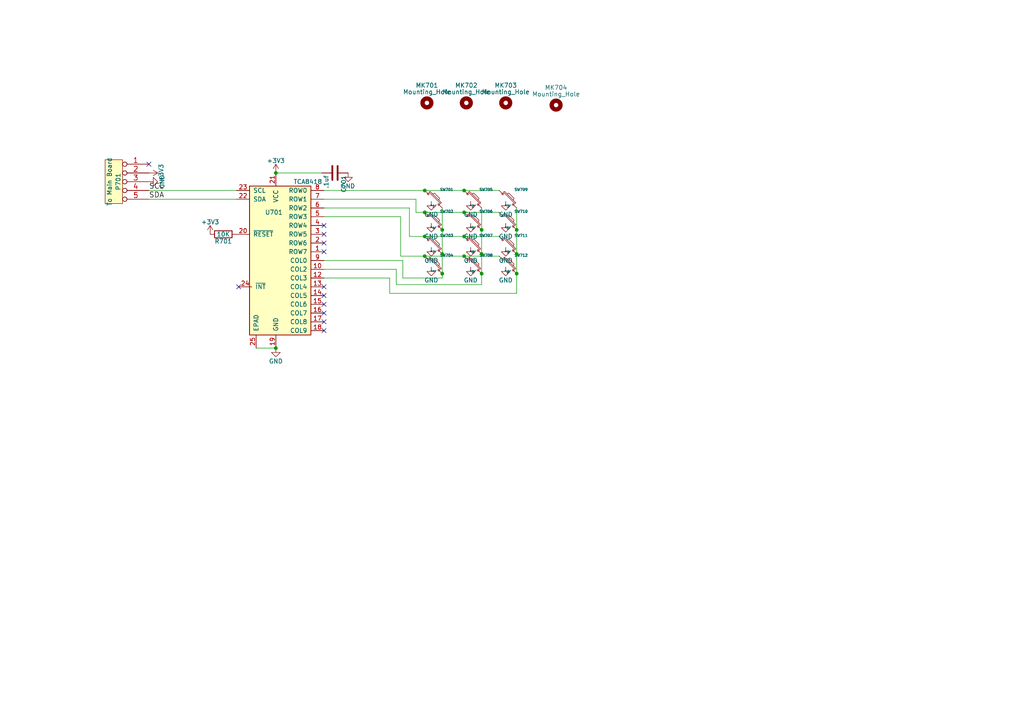
<source format=kicad_sch>
(kicad_sch (version 20211123) (generator eeschema)
  (paper "A4")
  (lib_symbols
    (symbol "ESP32-T7S3-ControlStand-rescue:+3V3" (power) (pin_names (offset 0))
      (property "Value" "+3V3" (at 0 3.556 0))
      (symbol "+3V3_0_1"
        (polyline (pts (xy -0.762 1.27) (xy 0 2.54)))
        (polyline (pts (xy 0 0) (xy 0 2.54)))
        (polyline (pts (xy 0 2.54) (xy 0.762 1.27)))
      )
      (symbol "+3V3_1_1"
        (pin power_in line (at 0 0 90) (length 0) hide (name "+3V3") (number "1"))
      )
    )
    (symbol "ESP32-T7S3-ControlStand-rescue:C" (pin_numbers hide) (pin_names (offset 0.254))
      (property "Reference" "C" (at 0.635 2.54 0))
      (property "Value" "C" (at 0.635 -2.54 0))
      (symbol "C_0_1"
        (polyline (pts (xy -2.032 -0.762) (xy 2.032 -0.762)) (stroke (width 0.508)))
        (polyline (pts (xy -2.032 0.762) (xy 2.032 0.762)) (stroke (width 0.508)))
      )
      (symbol "C_1_1"
        (pin passive line (at 0 3.81 270) (length 2.794) (name "~") (number "1"))
        (pin passive line (at 0 -3.81 90) (length 2.794) (name "~") (number "2"))
      )
    )
    (symbol "ESP32-T7S3-ControlStand-rescue:CONN_5" (pin_names (offset 1.016))
      (property "Reference" "P" (at -1.27 0 90))
      (property "Value" "CONN_5" (at 1.27 0 90))
      (symbol "CONN_5_0_1"
        (rectangle (start -2.54 6.35) (end 2.54 -6.35) (fill (type background)))
      )
      (symbol "CONN_5_1_1"
        (pin passive inverted (at -10.16 5.08 0) (length 7.62) (name "~") (number "1"))
        (pin passive inverted (at -10.16 2.54 0) (length 7.62) (name "~") (number "2"))
        (pin passive inverted (at -10.16 0 0) (length 7.62) (name "~") (number "3"))
        (pin passive inverted (at -10.16 -2.54 0) (length 7.62) (name "~") (number "4"))
        (pin passive inverted (at -10.16 -5.08 0) (length 7.62) (name "~") (number "5"))
      )
    )
    (symbol "ESP32-T7S3-ControlStand-rescue:GND" (power) (pin_names (offset 0))
      (property "Value" "GND" (at 0 -3.81 0))
      (symbol "GND_0_1"
        (polyline (pts (xy 0 0) (xy 0 -1.27) (xy 1.27 -1.27) (xy 0 -2.54) (xy -1.27 -1.27) (xy 0 -1.27)))
      )
      (symbol "GND_1_1"
        (pin power_in line (at 0 0 270) (length 0) hide (name "GND") (number "1"))
      )
    )
    (symbol "ESP32-T7S3-ControlStand-rescue:Mounting_Hole" (pin_names (offset 1.016))
      (property "Reference" "MK" (at 0 5.08 0))
      (property "Value" "Mounting_Hole" (at 0 3.175 0))
      (symbol "Mounting_Hole_0_1"
        (circle (center 0 0) (radius 1.27) (stroke (width 1.27)))
      )
    )
    (symbol "ESP32-T7S3-ControlStand-rescue:R" (pin_numbers hide) (pin_names (offset 0))
      (property "Reference" "R" (at 2.032 0 90))
      (property "Value" "R" (at 0 0 90))
      (symbol "R_0_1"
        (rectangle (start -1.016 -2.54) (end 1.016 2.54) (stroke (width 0.254)))
      )
      (symbol "R_1_1"
        (pin passive line (at 0 3.81 270) (length 1.27) (name "~") (number "1"))
        (pin passive line (at 0 -3.81 90) (length 1.27) (name "~") (number "2"))
      )
    )
    (symbol "ESP32-T7S3-ControlStand-rescue:SW_PUSH_SMALL_GND" (pin_numbers hide) (pin_names (offset 1.016) hide)
      (property "Reference" "SW" (at 3.81 2.794 0))
      (property "Value" "SW_PUSH_SMALL_GND" (at 0 -2.0066 0))
      (symbol "SW_PUSH_SMALL_GND_0_1"
        (circle (center -1.524 1.524) (radius 0.254))
        (polyline (pts (xy -2.54 2.54) (xy -1.524 1.524) (xy -1.524 1.524)))
        (polyline (pts (xy 1.524 -1.524) (xy 2.54 -2.54) (xy 2.54 -2.54) (xy 2.54 -2.54)))
        (polyline (pts (xy -0.254 1.524) (xy 0.254 1.778) (xy 1.778 0.254) (xy 1.524 -0.254) (xy 1.524 -0.254) (xy 1.524 -0.254)))
        (polyline (pts (xy -1.27 2.032) (xy 2.032 -1.27) (xy 2.286 -1.016) (xy -1.016 2.286) (xy -1.27 2.032) (xy -1.27 2.032) (xy -1.27 2.032)))
        (circle (center 1.524 -1.524) (radius 0.254))
        (pin passive line (at -2.54 2.54 0) (length 0) (name "1") (number "1"))
        (pin passive line (at 2.54 -2.54 180) (length 0) (name "2") (number "2"))
      )
      (symbol "SW_PUSH_SMALL_GND_1_1"
        (pin passive line (at -0.635 -0.635 0) (length 0) hide (name "GND") (number "3"))
      )
    )
    (symbol "ESP32-T7S3-ControlStand-rescue:TCA8418" (pin_names (offset 1.016))
      (property "Reference" "U" (at -6.985 11.43 0))
      (property "Value" "TCA8418" (at 1.27 20.32 0))
      (symbol "TCA8418_0_1"
        (rectangle (start -11.43 19.05) (end 6.35 -24.13) (stroke (width 0.254)) (fill (type background)))
      )
      (symbol "TCA8418_1_1"
        (pin bidirectional line (at 10.16 0 180) (length 3.81) (name "ROW7") (number "1"))
        (pin bidirectional line (at 10.16 -5.08 180) (length 3.81) (name "COL2") (number "10"))
        (pin bidirectional line (at 10.16 -7.62 180) (length 3.81) (name "COL3") (number "12"))
        (pin bidirectional line (at 10.16 -10.16 180) (length 3.81) (name "COL4") (number "13"))
        (pin bidirectional line (at 10.16 -12.7 180) (length 3.81) (name "COL5") (number "14"))
        (pin bidirectional line (at 10.16 -15.24 180) (length 3.81) (name "COL6") (number "15"))
        (pin bidirectional line (at 10.16 -17.78 180) (length 3.81) (name "COL7") (number "16"))
        (pin bidirectional line (at 10.16 -20.32 180) (length 3.81) (name "COL8") (number "17"))
        (pin bidirectional line (at 10.16 -22.86 180) (length 3.81) (name "COL9") (number "18"))
        (pin power_in line (at -3.81 -27.94 90) (length 3.81) (name "GND") (number "19"))
        (pin bidirectional line (at 10.16 2.54 180) (length 3.81) (name "ROW6") (number "2"))
        (pin input line (at -15.24 5.08 0) (length 3.81) (name "~{RESET}") (number "20"))
        (pin power_in line (at -3.81 22.86 270) (length 3.81) (name "VCC") (number "21"))
        (pin bidirectional line (at -15.24 15.24 0) (length 3.81) (name "SDA") (number "22"))
        (pin bidirectional line (at -15.24 17.78 0) (length 3.81) (name "SCL") (number "23"))
        (pin input line (at -14.605 -10.16 0) (length 3.81) (name "~{INT}") (number "24"))
        (pin power_in line (at -9.525 -27.94 90) (length 3.81) (name "EPAD") (number "25"))
        (pin bidirectional line (at 10.16 5.08 180) (length 3.81) (name "ROW5") (number "3"))
        (pin bidirectional line (at 10.16 7.62 180) (length 3.81) (name "ROW4") (number "4"))
        (pin bidirectional line (at 10.16 10.16 180) (length 3.81) (name "ROW3") (number "5"))
        (pin bidirectional line (at 10.16 12.7 180) (length 3.81) (name "ROW2") (number "6"))
        (pin bidirectional line (at 10.16 15.24 180) (length 3.81) (name "ROW1") (number "7"))
        (pin bidirectional line (at 10.16 17.78 180) (length 3.81) (name "ROW0") (number "8"))
        (pin bidirectional line (at 10.16 -2.54 180) (length 3.81) (name "COL0") (number "9"))
      )
    )
  )
  (junction (at 80.01 50.165))
  (junction (at 123.19 68.58))
  (junction (at 149.86 66.675))
  (junction (at 123.19 55.245))
  (junction (at 149.86 79.375))
  (junction (at 139.7 73.66))
  (junction (at 139.7 66.675))
  (junction (at 134.62 61.595))
  (junction (at 80.01 100.965))
  (junction (at 134.62 68.58))
  (junction (at 134.62 55.245))
  (junction (at 139.7 79.375))
  (junction (at 123.19 74.295))
  (junction (at 128.27 66.675))
  (junction (at 128.27 73.66))
  (junction (at 149.86 73.66))
  (junction (at 128.27 79.375))
  (junction (at 123.19 61.595))
  (junction (at 134.62 74.295))
  (no_connect (at 93.98 83.185))
  (no_connect (at 93.98 85.725))
  (no_connect (at 93.98 73.025))
  (no_connect (at 93.98 65.405))
  (no_connect (at 93.98 90.805))
  (no_connect (at 93.98 93.345))
  (no_connect (at 93.98 88.265))
  (no_connect (at 43.18 47.625))
  (no_connect (at 93.98 67.945))
  (no_connect (at 93.98 95.885))
  (no_connect (at 93.98 70.485))
  (no_connect (at 69.215 83.185))
  (wire (pts (xy 128.27 60.325) (xy 128.27 66.675)))
  (wire (pts (xy 93.98 62.865) (xy 116.205 62.865)))
  (wire (pts (xy 139.7 66.675) (xy 139.7 73.66)))
  (wire (pts (xy 116.205 62.865) (xy 116.205 74.295)))
  (wire (pts (xy 113.03 80.645) (xy 93.98 80.645)))
  (wire (pts (xy 80.01 50.165) (xy 93.345 50.165)))
  (wire (pts (xy 116.84 75.565) (xy 116.84 80.645)))
  (wire (pts (xy 123.19 61.595) (xy 134.62 61.595)))
  (wire (pts (xy 74.295 100.965) (xy 80.01 100.965)))
  (wire (pts (xy 134.62 68.58) (xy 144.78 68.58)))
  (wire (pts (xy 149.86 60.325) (xy 149.86 66.675)))
  (wire (pts (xy 149.86 79.375) (xy 149.86 85.09)))
  (wire (pts (xy 93.98 55.245) (xy 123.19 55.245)))
  (wire (pts (xy 123.19 55.245) (xy 134.62 55.245)))
  (wire (pts (xy 139.7 79.375) (xy 139.7 82.55)))
  (wire (pts (xy 149.86 66.675) (xy 149.86 73.66)))
  (wire (pts (xy 139.7 60.325) (xy 139.7 66.675)))
  (wire (pts (xy 93.98 75.565) (xy 116.84 75.565)))
  (wire (pts (xy 93.98 57.785) (xy 120.65 57.785)))
  (wire (pts (xy 128.27 73.66) (xy 128.27 79.375)))
  (wire (pts (xy 113.03 85.09) (xy 113.03 80.645)))
  (wire (pts (xy 128.27 79.375) (xy 128.27 80.645)))
  (wire (pts (xy 120.65 61.595) (xy 123.19 61.595)))
  (wire (pts (xy 43.18 57.785) (xy 68.58 57.785)))
  (wire (pts (xy 134.62 61.595) (xy 144.78 61.595)))
  (wire (pts (xy 114.935 82.55) (xy 139.7 82.55)))
  (wire (pts (xy 93.98 60.325) (xy 118.745 60.325)))
  (wire (pts (xy 149.86 73.66) (xy 149.86 79.375)))
  (wire (pts (xy 118.745 60.325) (xy 118.745 68.58)))
  (wire (pts (xy 134.62 74.295) (xy 144.78 74.295)))
  (wire (pts (xy 93.98 78.105) (xy 114.935 78.105)))
  (wire (pts (xy 43.18 55.245) (xy 68.58 55.245)))
  (wire (pts (xy 114.935 78.105) (xy 114.935 82.55)))
  (wire (pts (xy 134.62 55.245) (xy 144.78 55.245)))
  (wire (pts (xy 118.745 68.58) (xy 123.19 68.58)))
  (wire (pts (xy 128.27 66.675) (xy 128.27 73.66)))
  (wire (pts (xy 116.84 80.645) (xy 128.27 80.645)))
  (wire (pts (xy 123.19 74.295) (xy 134.62 74.295)))
  (wire (pts (xy 139.7 73.66) (xy 139.7 79.375)))
  (wire (pts (xy 116.205 74.295) (xy 123.19 74.295)))
  (wire (pts (xy 149.86 85.09) (xy 113.03 85.09)))
  (wire (pts (xy 123.19 68.58) (xy 134.62 68.58)))
  (wire (pts (xy 120.65 57.785) (xy 120.65 61.595)))
  (label "SCL" (at 43.18 55.245 0) (effects (font (size 1.524 1.524))))
  (label "SDA" (at 43.18 57.785 0) (effects (font (size 1.524 1.524))))
  (symbol (lib_id "ESP32-T7S3-ControlStand-rescue:CONN_5") (at 33.02 52.705 0) (mirror y) (unit 1)
    (property "Reference" "P701" (at 34.29 52.705 90))
    (property "Value" "To Main Board" (at 31.75 52.705 90))
    (property "Footprint" "Pin_Headers:Pin_Header_Angled_1x05_Pitch2.54mm" (effects hide))
    (property "Mouser Part Number" "649-1012937990501BLF" (effects hide))
  )
  (symbol (lib_id "ESP32-T7S3-ControlStand-rescue:+3V3") (at 43.18 50.165 270) (unit 1)
    (property "Reference" "#PWR067" (effects hide))
    (property "Value" "+3V3" (at 46.736 50.165 0))
  )
  (symbol (lib_id "ESP32-T7S3-ControlStand-rescue:GND") (at 43.18 52.705 90) (unit 1)
    (property "Reference" "#PWR068" (effects hide))
    (property "Value" "GND" (at 46.99 52.705 0))
  )
  (symbol (lib_id "ESP32-T7S3-ControlStand-rescue:TCA8418") (at 83.82 73.025 0) (unit 1)
    (property "Reference" "U701" (at 76.835 61.595 0) (effects (justify left)))
    (property "Value" "TCA8418" (at 85.09 52.705 0) (effects (justify left)))
    (property "Footprint" "Housings_DFN_QFN:QFN-24-1EP_4x4mm_Pitch0.5mm" (effects hide))
  )
  (symbol (lib_id "ESP32-T7S3-ControlStand-rescue:+3V3") (at 80.01 50.165 0) (unit 1)
    (property "Reference" "#PWR069" (effects hide))
    (property "Value" "+3V3" (at 80.01 46.609 0))
  )
  (symbol (lib_id "ESP32-T7S3-ControlStand-rescue:GND") (at 80.01 100.965 0) (unit 1)
    (property "Reference" "#PWR070" (effects hide))
    (property "Value" "GND" (at 80.01 104.775 0))
  )
  (symbol (lib_id "ESP32-T7S3-ControlStand-rescue:C") (at 97.155 50.165 270) (unit 1)
    (property "Reference" "C701" (at 99.695 50.8 0) (effects (justify left)))
    (property "Value" ".1uf" (at 94.615 50.8 0) (effects (justify left)))
    (property "Footprint" "Capacitors_SMD:C_0603" (effects hide))
    (property "Mouser Part Number" "810-C0603X5R1E104KBB" (effects hide))
  )
  (symbol (lib_id "ESP32-T7S3-ControlStand-rescue:GND") (at 100.965 50.165 0) (unit 1)
    (property "Reference" "#PWR071" (effects hide))
    (property "Value" "GND" (at 100.965 53.975 0))
  )
  (symbol (lib_id "ESP32-T7S3-ControlStand-rescue:R") (at 64.77 67.945 270) (unit 1)
    (property "Reference" "R701" (at 64.77 69.977 90))
    (property "Value" "10K" (at 64.77 67.945 90))
    (property "Footprint" "Resistors_SMD:R_0603" (effects hide))
    (property "Mouser Part Number" "71-CRCW0603J-910K-E3" (effects hide))
  )
  (symbol (lib_id "ESP32-T7S3-ControlStand-rescue:+3V3") (at 60.96 67.945 0) (unit 1)
    (property "Reference" "#PWR072" (effects hide))
    (property "Value" "+3V3" (at 60.96 64.389 0))
  )
  (symbol (lib_id "ESP32-T7S3-ControlStand-rescue:SW_PUSH_SMALL_GND") (at 125.73 57.785 0) (unit 1)
    (property "Reference" "SW701" (at 129.54 54.991 0) (effects (font (size 0.762 0.762))))
    (property "Value" "\"1\"" (at 125.73 59.7916 0) (effects (font (size 0.762 0.762))))
    (property "Footprint" "Buttons_Switches_SMD:SW_SPST_B3U-1100P-B" (effects hide))
    (property "Mouser Part Number" "653-B3U-1100P-B" (effects hide))
  )
  (symbol (lib_id "ESP32-T7S3-ControlStand-rescue:SW_PUSH_SMALL_GND") (at 137.16 57.785 0) (unit 1)
    (property "Reference" "SW705" (at 140.97 54.991 0) (effects (font (size 0.762 0.762))))
    (property "Value" "\"2\"" (at 137.16 59.7916 0) (effects (font (size 0.762 0.762))))
    (property "Footprint" "Buttons_Switches_SMD:SW_SPST_B3U-1100P-B" (effects hide))
    (property "Mouser Part Number" "653-B3U-1100P-B" (effects hide))
  )
  (symbol (lib_id "ESP32-T7S3-ControlStand-rescue:SW_PUSH_SMALL_GND") (at 147.32 57.785 0) (unit 1)
    (property "Reference" "SW709" (at 151.13 54.991 0) (effects (font (size 0.762 0.762))))
    (property "Value" "\"3\"" (at 147.32 59.7916 0) (effects (font (size 0.762 0.762))))
    (property "Footprint" "Buttons_Switches_SMD:SW_SPST_B3U-1100P-B" (effects hide))
    (property "Mouser Part Number" "653-B3U-1100P-B" (effects hide))
  )
  (symbol (lib_id "ESP32-T7S3-ControlStand-rescue:SW_PUSH_SMALL_GND") (at 125.73 64.135 0) (unit 1)
    (property "Reference" "SW702" (at 129.54 61.341 0) (effects (font (size 0.762 0.762))))
    (property "Value" "\"4\"" (at 125.73 66.1416 0) (effects (font (size 0.762 0.762))))
    (property "Footprint" "Buttons_Switches_SMD:SW_SPST_B3U-1100P-B" (effects hide))
    (property "Mouser Part Number" "653-B3U-1100P-B" (effects hide))
  )
  (symbol (lib_id "ESP32-T7S3-ControlStand-rescue:SW_PUSH_SMALL_GND") (at 137.16 64.135 0) (unit 1)
    (property "Reference" "SW706" (at 140.97 61.341 0) (effects (font (size 0.762 0.762))))
    (property "Value" "\"5\"" (at 137.16 66.1416 0) (effects (font (size 0.762 0.762))))
    (property "Footprint" "Buttons_Switches_SMD:SW_SPST_B3U-1100P-B" (effects hide))
    (property "Mouser Part Number" "653-B3U-1100P-B" (effects hide))
  )
  (symbol (lib_id "ESP32-T7S3-ControlStand-rescue:SW_PUSH_SMALL_GND") (at 147.32 64.135 0) (unit 1)
    (property "Reference" "SW710" (at 151.13 61.341 0) (effects (font (size 0.762 0.762))))
    (property "Value" "\"6\"" (at 147.32 66.1416 0) (effects (font (size 0.762 0.762))))
    (property "Footprint" "Buttons_Switches_SMD:SW_SPST_B3U-1100P-B" (effects hide))
    (property "Mouser Part Number" "653-B3U-1100P-B" (effects hide))
  )
  (symbol (lib_id "ESP32-T7S3-ControlStand-rescue:SW_PUSH_SMALL_GND") (at 125.73 71.12 0) (unit 1)
    (property "Reference" "SW703" (at 129.54 68.326 0) (effects (font (size 0.762 0.762))))
    (property "Value" "\"7\"" (at 125.73 73.1266 0) (effects (font (size 0.762 0.762))))
    (property "Footprint" "Buttons_Switches_SMD:SW_SPST_B3U-1100P-B" (effects hide))
    (property "Mouser Part Number" "653-B3U-1100P-B" (effects hide))
  )
  (symbol (lib_id "ESP32-T7S3-ControlStand-rescue:SW_PUSH_SMALL_GND") (at 137.16 71.12 0) (unit 1)
    (property "Reference" "SW707" (at 140.97 68.326 0) (effects (font (size 0.762 0.762))))
    (property "Value" "\"8\"" (at 137.16 73.1266 0) (effects (font (size 0.762 0.762))))
    (property "Footprint" "Buttons_Switches_SMD:SW_SPST_B3U-1100P-B" (effects hide))
    (property "Mouser Part Number" "653-B3U-1100P-B" (effects hide))
  )
  (symbol (lib_id "ESP32-T7S3-ControlStand-rescue:SW_PUSH_SMALL_GND") (at 147.32 71.12 0) (unit 1)
    (property "Reference" "SW711" (at 151.13 68.326 0) (effects (font (size 0.762 0.762))))
    (property "Value" "\"9\"" (at 147.32 73.1266 0) (effects (font (size 0.762 0.762))))
    (property "Footprint" "Buttons_Switches_SMD:SW_SPST_B3U-1100P-B" (effects hide))
    (property "Mouser Part Number" "653-B3U-1100P-B" (effects hide))
  )
  (symbol (lib_id "ESP32-T7S3-ControlStand-rescue:SW_PUSH_SMALL_GND") (at 125.73 76.835 0) (unit 1)
    (property "Reference" "SW704" (at 129.54 74.041 0) (effects (font (size 0.762 0.762))))
    (property "Value" "\"*\"" (at 125.73 78.8416 0) (effects (font (size 0.762 0.762))))
    (property "Footprint" "Buttons_Switches_SMD:SW_SPST_B3U-1100P-B" (effects hide))
    (property "Mouser Part Number" "653-B3U-1100P-B" (effects hide))
  )
  (symbol (lib_id "ESP32-T7S3-ControlStand-rescue:SW_PUSH_SMALL_GND") (at 137.16 76.835 0) (unit 1)
    (property "Reference" "SW708" (at 140.97 74.041 0) (effects (font (size 0.762 0.762))))
    (property "Value" "\"0\"" (at 137.16 78.8416 0) (effects (font (size 0.762 0.762))))
    (property "Footprint" "Buttons_Switches_SMD:SW_SPST_B3U-1100P-B" (effects hide))
    (property "Mouser Part Number" "653-B3U-1100P-B" (effects hide))
  )
  (symbol (lib_id "ESP32-T7S3-ControlStand-rescue:SW_PUSH_SMALL_GND") (at 147.32 76.835 0) (unit 1)
    (property "Reference" "SW712" (at 151.13 74.041 0) (effects (font (size 0.762 0.762))))
    (property "Value" "\"#\"" (at 147.32 78.8416 0) (effects (font (size 0.762 0.762))))
    (property "Footprint" "Buttons_Switches_SMD:SW_SPST_B3U-1100P-B" (effects hide))
    (property "Mouser Part Number" "653-B3U-1100P-B" (effects hide))
  )
  (symbol (lib_id "ESP32-T7S3-ControlStand-rescue:GND") (at 125.095 77.47 0) (unit 1)
    (property "Reference" "#PWR073" (effects hide))
    (property "Value" "GND" (at 125.095 81.28 0))
  )
  (symbol (lib_id "ESP32-T7S3-ControlStand-rescue:GND") (at 136.525 77.47 0) (unit 1)
    (property "Reference" "#PWR074" (effects hide))
    (property "Value" "GND" (at 136.525 81.28 0))
  )
  (symbol (lib_id "ESP32-T7S3-ControlStand-rescue:GND") (at 125.095 71.755 0) (unit 1)
    (property "Reference" "#PWR075" (effects hide))
    (property "Value" "GND" (at 125.095 75.565 0))
  )
  (symbol (lib_id "ESP32-T7S3-ControlStand-rescue:GND") (at 136.525 71.755 0) (unit 1)
    (property "Reference" "#PWR076" (effects hide))
    (property "Value" "GND" (at 136.525 75.565 0))
  )
  (symbol (lib_id "ESP32-T7S3-ControlStand-rescue:GND") (at 136.525 64.77 0) (unit 1)
    (property "Reference" "#PWR077" (effects hide))
    (property "Value" "GND" (at 136.525 68.58 0))
  )
  (symbol (lib_id "ESP32-T7S3-ControlStand-rescue:GND") (at 125.095 64.77 0) (unit 1)
    (property "Reference" "#PWR078" (effects hide))
    (property "Value" "GND" (at 125.095 68.58 0))
  )
  (symbol (lib_id "ESP32-T7S3-ControlStand-rescue:GND") (at 146.685 77.47 0) (unit 1)
    (property "Reference" "#PWR079" (effects hide))
    (property "Value" "GND" (at 146.685 81.28 0))
  )
  (symbol (lib_id "ESP32-T7S3-ControlStand-rescue:GND") (at 146.685 71.755 0) (unit 1)
    (property "Reference" "#PWR080" (effects hide))
    (property "Value" "GND" (at 146.685 75.565 0))
  )
  (symbol (lib_id "ESP32-T7S3-ControlStand-rescue:GND") (at 146.685 64.77 0) (unit 1)
    (property "Reference" "#PWR081" (effects hide))
    (property "Value" "GND" (at 146.685 68.58 0))
  )
  (symbol (lib_id "ESP32-T7S3-ControlStand-rescue:GND") (at 125.095 58.42 0) (unit 1)
    (property "Reference" "#PWR082" (effects hide))
    (property "Value" "GND" (at 125.095 62.23 0))
  )
  (symbol (lib_id "ESP32-T7S3-ControlStand-rescue:GND") (at 136.525 58.42 0) (unit 1)
    (property "Reference" "#PWR083" (effects hide))
    (property "Value" "GND" (at 136.525 62.23 0))
  )
  (symbol (lib_id "ESP32-T7S3-ControlStand-rescue:GND") (at 146.685 58.42 0) (unit 1)
    (property "Reference" "#PWR084" (effects hide))
    (property "Value" "GND" (at 146.685 62.23 0))
  )
  (symbol (lib_id "ESP32-T7S3-ControlStand-rescue:Mounting_Hole") (at 123.825 29.845 0) (unit 1)
    (property "Reference" "MK701" (at 123.825 24.765 0))
    (property "Value" "Mounting_Hole" (at 123.825 26.67 0))
    (property "Footprint" "Mounting_Holes:MountingHole_2.5mm" (effects hide))
  )
  (symbol (lib_id "ESP32-T7S3-ControlStand-rescue:Mounting_Hole") (at 135.255 29.845 0) (unit 1)
    (property "Reference" "MK702" (at 135.255 24.765 0))
    (property "Value" "Mounting_Hole" (at 135.255 26.67 0))
    (property "Footprint" "Mounting_Holes:MountingHole_2.5mm" (effects hide))
  )
  (symbol (lib_id "ESP32-T7S3-ControlStand-rescue:Mounting_Hole") (at 146.685 29.845 0) (unit 1)
    (property "Reference" "MK703" (at 146.685 24.765 0))
    (property "Value" "Mounting_Hole" (at 146.685 26.67 0))
    (property "Footprint" "Mounting_Holes:MountingHole_2.5mm" (effects hide))
  )
  (symbol (lib_id "ESP32-T7S3-ControlStand-rescue:Mounting_Hole") (at 161.29 30.48 0) (unit 1)
    (property "Reference" "MK704" (at 161.29 25.4 0))
    (property "Value" "Mounting_Hole" (at 161.29 27.305 0))
    (property "Footprint" "Mounting_Holes:MountingHole_2.5mm" (effects hide))
  )
)
</source>
